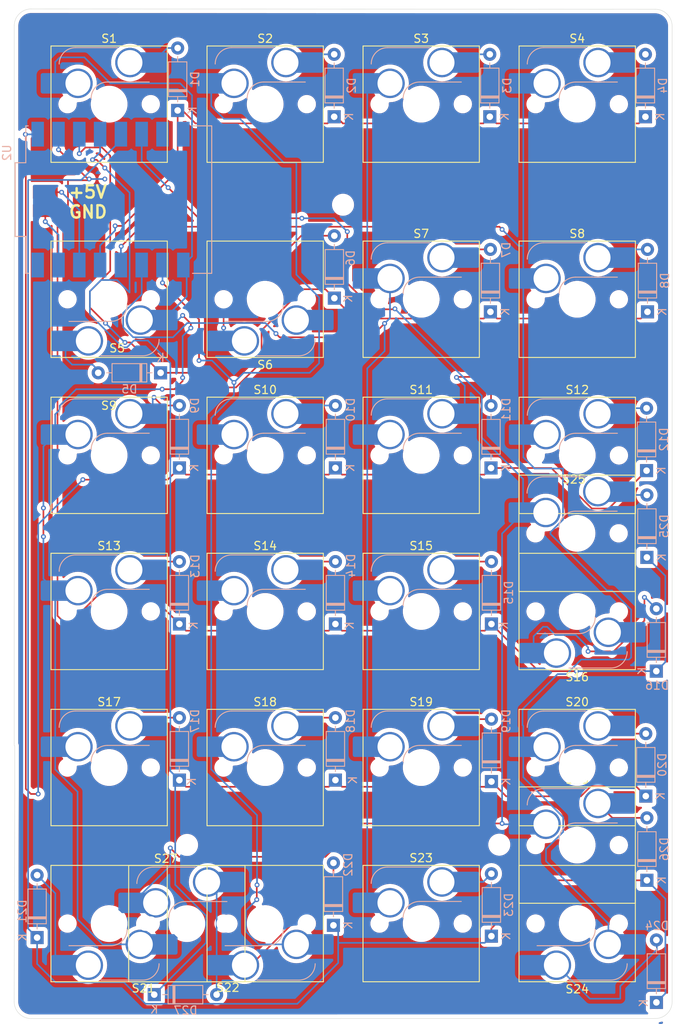
<source format=kicad_pcb>
(kicad_pcb (version 20240108) (generator "pcbnew") (generator_version "8.0")
  (layers (0 "F.Cu" signal) (31 "B.Cu" signal) (34 "B.Paste" user) (35 "F.Paste" user) (36 "B.SilkS" user "B.Silkscreen") (37 "F.SilkS" user "F.Silkscreen") (38 "B.Mask" user) (39 "F.Mask" user) (44 "Edge.Cuts" user))
  (net 0 "")
  (net 1 "Net-(D1-A)")
  (net 2 "Linha 0")
  (net 3 "Net-(D2-A)")
  (net 4 "Net-(D3-A)")
  (net 5 "Net-(D4-A)")
  (net 6 "Net-(D5-A)")
  (net 7 "Linha 1")
  (net 8 "Net-(D6-A)")
  (net 9 "Net-(D7-A)")
  (net 10 "Net-(D8-A)")
  (net 11 "Net-(D9-A)")
  (net 12 "Linha 2")
  (net 13 "Net-(D10-A)")
  (net 14 "Net-(D11-A)")
  (net 15 "Net-(D12-A)")
  (net 16 "Linha 3")
  (net 17 "Net-(D13-A)")
  (net 18 "Net-(D14-A)")
  (net 19 "Net-(D15-A)")
  (net 20 "Net-(D16-A)")
  (net 21 "Linha 4")
  (net 22 "Net-(D18-A)")
  (net 23 "Coluna 0")
  (net 24 "Coluna 1")
  (net 25 "Coluna 2")
  (net 26 "Coluna 3")
  (net 27 "Alimentação +")
  (net 28 "Linha 5")
  (net 29 "Alimentação -")
  (net 30 "Net-(D17-A)")
  (net 31 "Net-(D19-A)")
  (net 32 "Net-(D20-A)")
  (net 33 "Net-(D21-A)")
  (net 36 "Coluna 4")
  (net 38 "Net-(D22-A)")
  (net 39 "Net-(D23-A)")
  (net 40 "Net-(D24-A)")
  (net 41 "Net-(D25-A)")
  (net 42 "Net-(D26-A)")
  (net 43 "Net-(D27-A)")
  (footprint "ScottoKeebs_Hotswap:Hotswap_MX_Plated_1.00u" (layer "F.Cu") (at 93.485 38.6425)
    (property "Reference" "S4")
    (property "Value" "Keyswitch")
  )
  (footprint "ScottoKeebs_Hotswap:Hotswap_MX_Plated_1.00u" (layer "F.Cu") (at 74.435 100.555)
    (property "Reference" "S15")
    (property "Value" "Keyswitch")
  )
  (footprint "ScottoKeebs_Hotswap:Hotswap_MX_Plated_1.00u" (layer "F.Cu") (at 45.82 138.66)
    (property "Reference" "S27")
    (property "Value" "Keyswitch")
  )
  (footprint "ScottoKeebs_Hotswap:Hotswap_MX_Plated_1.00u" (layer "F.Cu") (at 93.48 100.56 180)
    (property "Reference" "S16")
    (property "Value" "Keyswitch")
  )
  (footprint "ScottoKeebs_Hotswap:Hotswap_MX_Plated_1.00u" (layer "F.Cu") (at 36.335 62.455 180)
    (property "Reference" "S5")
    (property "Value" "Keyswitch")
  )
  (footprint "ScottoKeebs_Hotswap:Hotswap_MX_Plated_1.00u" (layer "F.Cu") (at 36.335 38.6425)
    (property "Reference" "S1")
    (property "Value" "Keyswitch")
  )
  (footprint "ScottoKeebs_Hotswap:Hotswap_MX_Plated_1.00u" (layer "F.Cu") (at 55.385 38.6425)
    (property "Reference" "S2")
    (property "Value" "Keyswitch")
  )
  (footprint "ScottoKeebs_Hotswap:Hotswap_MX_Plated_1.00u" (layer "F.Cu") (at 36.335 119.605)
    (property "Reference" "S17")
    (property "Value" "Keyswitch")
  )
  (footprint "" (layer "F.Cu") (at 45.85 129.05)
    (property "Reference" "")
    (property "Value" "")
  )
  (footprint "ScottoKeebs_Hotswap:Hotswap_MX_Plated_1.00u" (layer "F.Cu") (at 93.48 138.65 180)
    (property "Reference" "S24")
    (property "Value" "Keyswitch")
  )
  (footprint "" (layer "F.Cu") (at 83.97 129.02)
    (property "Reference" "")
    (property "Value" "")
  )
  (footprint "ScottoKeebs_Hotswap:Hotswap_MX_Plated_1.00u" (layer "F.Cu") (at 93.46 91.02)
    (property "Reference" "S25")
    (property "Value" "Keyswitch")
  )
  (footprint "ScottoKeebs_Hotswap:Hotswap_MX_Plated_1.00u" (layer "F.Cu") (at 55.385 100.555)
    (property "Reference" "S14")
    (property "Value" "Keyswitch")
  )
  (footprint "ScottoKeebs_Hotswap:Hotswap_MX_Plated_1.00u" (layer "F.Cu") (at 74.43 138.65)
    (property "Reference" "S23")
    (property "Value" "Keyswitch")
  )
  (footprint "ScottoKeebs_Hotswap:Hotswap_MX_Plated_1.00u" (layer "F.Cu") (at 74.435 38.6425)
    (property "Reference" "S3")
    (property "Value" "Keyswitch")
  )
  (footprint "ScottoKeebs_Hotswap:Hotswap_MX_Plated_1.00u" (layer "F.Cu") (at 55.385 119.605)
    (property "Reference" "S18")
    (property "Value" "Keyswitch")
  )
  (footprint "ScottoKeebs_Hotswap:Hotswap_MX_Plated_1.00u" (layer "F.Cu") (at 93.48 129.07)
    (property "Reference" "S26")
    (property "Value" "Keyswitch")
  )
  (footprint "ScottoKeebs_Hotswap:Hotswap_MX_Plated_1.00u" (layer "F.Cu") (at 36.335 100.555)
    (property "Reference" "S13")
    (property "Value" "Keyswitch")
  )
  (footprint "ScottoKeebs_Hotswap:Hotswap_MX_Plated_1.00u" (layer "F.Cu") (at 36.33 138.65 180)
    (property "Reference" "S21")
    (property "Value" "Keyswitch")
  )
  (footprint "ScottoKeebs_Hotswap:Hotswap_MX_Plated_1.00u" (layer "F.Cu") (at 55.385 81.505)
    (property "Reference" "S10")
    (property "Value" "Keyswitch")
  )
  (footprint "ScottoKeebs_Hotswap:Hotswap_MX_Plated_1.00u" (layer "F.Cu") (at 93.48 119.61)
    (property "Reference" "S20")
    (property "Value" "Keyswitch")
  )
  (footprint "ScottoKeebs_Hotswap:Hotswap_MX_Plated_1.00u" (layer "F.Cu") (at 55.385 62.455 180)
    (property "Reference" "S6")
    (property "Value" "Keyswitch")
  )
  (footprint "" (layer "F.Cu") (at 64.89 50.92)
    (property "Reference" "")
    (property "Value" "")
  )
  (footprint "ScottoKeebs_Hotswap:Hotswap_MX_Plated_1.00u" (layer "F.Cu") (at 74.435 81.505)
    (property "Reference" "S11")
    (property "Value" "Keyswitch")
  )
  (footprint "ScottoKeebs_Hotswap:Hotswap_MX_Plated_1.00u" (layer "F.Cu") (at 55.39 138.65 180)
    (property "Reference" "S22")
    (property "Value" "Keyswitch")
  )
  (footprint "ScottoKeebs_Hotswap:Hotswap_MX_Plated_1.00u" (layer "F.Cu") (at 93.4925 81.51)
    (property "Reference" "S12")
    (property "Value" "Keyswitch")
  )
  (footprint "ScottoKeebs_Hotswap:Hotswap_MX_Plated_1.00u" (layer "F.Cu") (at 74.435 62.455)
    (property "Reference" "S7")
    (property "Value" "Keyswitch")
  )
  (footprint "ScottoKeebs_Hotswap:Hotswap_MX_Plated_1.00u" (layer "F.Cu") (at 93.485 62.455)
    (property "Reference" "S8")
    (property "Value" "Keyswitch")
  )
  (footprint "ScottoKeebs_Hotswap:Hotswap_MX_Plated_1.00u" (layer "F.Cu") (at 74.435 119.605)
    (property "Reference" "S19")
    (property "Value" "Keyswitch")
  )
  (footprint "ScottoKeebs_Hotswap:Hotswap_MX_Plated_1.00u" (layer "F.Cu") (at 36.335 81.505)
    (property "Reference" "S9")
    (property "Value" "Keyswitch")
  )
  (footprint "Diode_THT:D_DO-35_SOD27_P7.62mm_Horizontal" (layer "B.Cu") (at 44.91 121.14 90)
    (property "Reference" "D17")
    (property "Value" "Diode")
  )
  (footprint "Diode_THT:D_DO-35_SOD27_P7.62mm_Horizontal" (layer "B.Cu") (at 44.91 102.09 90)
    (property "Reference" "D13")
    (property "Value" "Diode")
  )
  (footprint "Diode_THT:D_DO-35_SOD27_P7.62mm_Horizontal" (layer "B.Cu") (at 82.96 83.05 90)
    (property "Reference" "D11")
    (property "Value" "Diode")
  )
  (footprint "Diode_THT:D_DO-35_SOD27_P7.62mm_Horizontal" (layer "B.Cu") (at 63.96 102.09 90)
    (property "Reference" "D14")
    (property "Value" "Diode")
  )
  (footprint "Diode_THT:D_DO-35_SOD27_P7.62mm_Horizontal" (layer "B.Cu") (at 83.01 121.32 90)
    (property "Reference" "D19")
    (property "Value" "Diode")
  )
  (footprint "Diode_THT:D_DO-35_SOD27_P7.62mm_Horizontal" (layer "B.Cu") (at 101.81 40.18 90)
    (property "Reference" "D4")
    (property "Value" "Diode")
  )
  (footprint "Diode_THT:D_DO-35_SOD27_P7.62mm_Horizontal" (layer "B.Cu") (at 44.7 39.41 90)
    (property "Reference" "D1")
    (property "Value" "Diode")
  )
  (footprint "Diode_THT:D_DO-35_SOD27_P7.62mm_Horizontal" (layer "B.Cu") (at 103.15 148.27 90)
    (property "Reference" "D24")
    (property "Value" "Diode")
  )
  (footprint "Diode_THT:D_DO-35_SOD27_P7.62mm_Horizontal" (layer "B.Cu") (at 83.01 102.09 90)
    (property "Reference" "D15")
    (property "Value" "Diode")
  )
  (footprint "Diode_THT:D_DO-35_SOD27_P7.62mm_Horizontal" (layer "B.Cu") (at 101.855 123.09 90)
    (property "Reference" "D20")
    (property "Value" "Diode")
  )
  (footprint "Diode_THT:D_DO-35_SOD27_P7.62mm_Horizontal" (layer "B.Cu") (at 41.84 147.32)
    (property "Reference" "D27")
    (property "Value" "Diode")
  )
  (footprint "" (layer "B.Cu") (at 28.54 49.4 180)
    (property "Reference" "")
    (property "Value" "")
  )
  (footprint "Diode_THT:D_DO-35_SOD27_P7.62mm_Horizontal" (layer "B.Cu") (at 63.81 40.18 90)
    (property "Reference" "D2")
    (property "Value" "Diode")
  )
  (footprint "Diode_THT:D_DO-35_SOD27_P7.62mm_Horizontal" (layer "B.Cu") (at 63.96 121.14 90)
    (property "Reference" "D18")
    (property "Value" "Diode")
  )
  (footprint "Diode_THT:D_DO-35_SOD27_P7.62mm_Horizontal" (layer "B.Cu") (at 63.72 138.86 90)
    (property "Reference" "D22")
    (property "Value" "Diode")
  )
  (footprint "Diode_THT:D_DO-35_SOD27_P7.62mm_Horizontal" (layer "B.Cu") (at 63.96 83.04 90)
    (property "Reference" "D10")
    (property "Value" "Diode")
  )
  (footprint "Diode_THT:D_DO-35_SOD27_P7.62mm_Horizontal" (layer "B.Cu") (at 101.99 93.96 90)
    (property "Reference" "D25")
    (property "Value" "Diode")
  )
  (footprint "Diode_THT:D_DO-35_SOD27_P7.62mm_Horizontal" (layer "B.Cu") (at 101.95 83.37 90)
    (property "Reference" "D12")
    (property "Value" "Diode")
  )
  (footprint "Diode_THT:D_DO-35_SOD27_P7.62mm_Horizontal" (layer "B.Cu") (at 101.99 133.37 90)
    (property "Reference" "D26")
    (property "Value" "Diode")
  )
  (footprint "Diode_THT:D_DO-35_SOD27_P7.62mm_Horizontal" (layer "B.Cu") (at 44.91 83.04 90)
    (property "Reference" "D9")
    (property "Value" "Diode")
  )
  (footprint "Diode_THT:D_DO-35_SOD27_P7.62mm_Horizontal" (layer "B.Cu") (at 27.54 140.36 90)
    (property "Reference" "D21")
    (property "Value" "Diode")
  )
  (footprint "Diode_THT:D_DO-35_SOD27_P7.62mm_Horizontal" (layer "B.Cu") (at 42.62 71.43 180)
    (property "Reference" "D5")
    (property "Value" "Diode" (hide yes))
  )
  (footprint "Diode_THT:D_DO-35_SOD27_P7.62mm_Horizontal" (layer "B.Cu") (at 82.885 63.99 90)
    (property "Reference" "D7")
    (property "Value" "Diode")
  )
  (footprint "Diode_THT:D_DO-35_SOD27_P7.62mm_Horizontal" (layer "B.Cu") (at 82.81 40.18 90)
    (property "Reference" "D3")
    (property "Value" "Diode")
  )
  (footprint "ESP32-C3-SuperMini:ESP32-C3_SUPERMINI" (layer "B.Cu") (at 37.51 50.29 -90)
    (property "Reference" "U2")
    (property "Value" "ESP32-C3_SUPERMINI_SMD" (hide yes))
  )
  (footprint "" (layer "B.Cu") (at 28.54 51.65 180)
    (property "Reference" "")
    (property "Value" "")
  )
  (footprint "Diode_THT:D_DO-35_SOD27_P7.62mm_Horizontal" (layer "B.Cu") (at 103.14 107.84 90)
    (property "Reference" "D16")
    (property "Value" "Diode")
  )
  (footprint "Diode_THT:D_DO-35_SOD27_P7.62mm_Horizontal" (layer "B.Cu") (at 63.83 62.32 90)
    (property "Reference" "D6")
    (property "Value" "Diode")
  )
  (footprint "Diode_THT:D_DO-35_SOD27_P7.62mm_Horizontal" (layer "B.Cu") (at 83.005 140.185 90)
    (property "Reference" "D23")
    (property "Value" "Diode")
  )
  (footprint "Diode_THT:D_DO-35_SOD27_P7.62mm_Horizontal" (layer "B.Cu") (at 102.06 63.99 90)
    (property "Reference" "D8")
    (property "Value" "Diode")
  )
  (gr_arc (start 24.747001 29.049) (mid 25.3617 27.618465) (end 26.798958 27.019652) (stroke (width 0.05)) (layer "Edge.Cuts"))
  (gr_line (start 24.81 122.18) (end 24.736 148.19) (stroke (width 0.05)) (layer "Edge.Cuts"))
  (gr_line (start 26.799 27.024) (end 103.005 27.058) (stroke (width 0.05)) (layer "Edge.Cuts"))
  (gr_arc (start 26.812982 150.243207) (mid 25.354448 149.641511) (end 24.736 148.19) (stroke (width 0.05)) (layer "Edge.Cuts"))
  (gr_arc (start 103.005 27.058) (mid 104.456621 27.653332) (end 105.070837 29.097065) (stroke (width 0.05)) (layer "Edge.Cuts"))
  (gr_line (start 26.813 150.237) (end 102.996 150.235) (stroke (width 0.05)) (layer "Edge.Cuts"))
  (gr_arc (start 105.075152 148.181) (mid 104.464639 149.642317) (end 102.996 150.235) (stroke (width 0.05)) (layer "Edge.Cuts"))
  (gr_line (start 24.742 116.94) (end 24.747 29.049) (stroke (width 0.05)) (layer "Edge.Cuts"))
  (gr_line (start 24.81 122.18) (end 24.81 116.93) (stroke (width 0.05)) (layer "Edge.Cuts"))
  (gr_line (start 105.074 148.181) (end 105.076 29.097) (stroke (width 0.05)) (layer "Edge.Cuts"))
  (gr_text "GND" (at 31.28 52.68 0) (layer "F.SilkS") (effects (font (size 1.5 1.5) (thickness 0.3) (bold yes)) (justify left bottom)))
  (gr_text "+5V\n" (at 31.24 50.24 0) (layer "F.SilkS") (effects (font (size 1.5 1.5) (thickness 0.3) (bold yes)) (justify left bottom)))
  (segment (start 44.7 31.79) (end 43.4275 31.79) (width 0.2) (layer "B.Cu") (net 1))
  (segment (start 43.4275 31.79) (end 41.655 33.5625) (width 0.2) (layer "B.Cu") (net 1))
  (segment (start 62.9975 40.9925) (end 63.81 40.18) (width 0.2) (layer "F.Cu") (net 2))
  (segment (start 82.81 40.18) (end 83.6225 40.9925) (width 0.2) (layer "F.Cu") (net 2))
  (segment (start 81.9975 40.9925) (end 82.81 40.18) (width 0.2) (layer "F.Cu") (net 2))
  (segment (start 37.067015 53.5) (end 37.957015 53.5) (width 0.2) (layer "F.Cu") (net 2))
  (segment (start 83.6225 40.9925) (end 100.9975 40.9925) (width 0.2) (layer "F.Cu") (net 2))
  (segment (start 45.29 39.41) (end 46.8725 40.9925) (width 0.2) (layer "F.Cu") (net 2))
  (segment (start 63.81 40.18) (end 64.06 40.18) (width 0.2) (layer "F.Cu") (net 2))
  (segment (start 44.7 46.757015) (end 44.7 39.41) (width 0.2) (layer "F.Cu") (net 2))
  (segment (start 44.7 39.41) (end 45.29 39.41) (width 0.2) (layer "F.Cu") (net 2))
  (segment (start 100.9975 40.9925) (end 101.81 40.18) (width 0.2) (layer "F.Cu") (net 2))
  (segment (start 46.8725 40.9925) (end 62.9975 40.9925) (width 0.2) (layer "F.Cu") (net 2))
  (segment (start 64.06 40.18) (end 64.8725 40.9925) (width 0.2) (layer "F.Cu") (net 2))
  (segment (start 64.8725 40.9925) (end 81.9975 40.9925) (width 0.2) (layer "F.Cu") (net 2))
  (segment (start 37.957015 53.5) (end 44.7 46.757015) (width 0.2) (layer "F.Cu") (net 2))
  (via (at 37.067015 53.5) (size 0.6) (drill 0.3) (layers "F.Cu" "B.Cu") (net 2))
  (segment (start 37.067015 54.062985) (end 35.23 55.9) (width 0.2) (layer "B.Cu") (net 2))
  (segment (start 37.067015 53.5) (end 37.067015 54.062985) (width 0.2) (layer "B.Cu") (net 2))
  (segment (start 35.23 55.9) (end 35.23 58.275) (width 0.2) (layer "B.Cu") (net 2))
  (segment (start 58.9275 32.56) (end 57.925 33.5625) (width 0.2) (layer "F.Cu") (net 3))
  (segment (start 61.7075 32.56) (end 60.705 33.5625) (width 0.2) (layer "B.Cu") (net 3))
  (segment (start 63.81 32.56) (end 61.7075 32.56) (width 0.2) (layer "B.Cu") (net 3))
  (segment (start 77.9775 32.56) (end 76.975 33.5625) (width 0.2) (layer "F.Cu") (net 4))
  (segment (start 82.81 32.56) (end 80.7575 32.56) (width 0.2) (layer "B.Cu") (net 4))
  (segment (start 80.7575 32.56) (end 79.755 33.5625) (width 0.2) (layer "B.Cu") (net 4))
  (segment (start 97.0275 32.56) (end 96.025 33.5625) (width 0.2) (layer "F.Cu") (net 5))
  (segment (start 34.578402 67.535) (end 33.795 67.535) (width 0.2) (layer "F.Cu") (net 6))
  (segment (start 31.015 69.635) (end 31.015 67.535) (width 0.2) (layer "B.Cu") (net 6))
  (segment (start 31.81 70.43) (end 31.015 69.635) (width 0.2) (layer "B.Cu") (net 6))
  (segment (start 34.31 70.43) (end 31.81 70.43) (width 0.2) (layer "B.Cu") (net 6))
  (segment (start 35 71.43) (end 35 71.12) (width 0.2) (layer "B.Cu") (net 6))
  (segment (start 35 71.12) (end 34.31 70.43) (width 0.2) (layer "B.Cu") (net 6))
  (segment (start 83.7 64.805) (end 101.245 64.805) (width 0.2) (layer "F.Cu") (net 7))
  (segment (start 38.264265 67.724265) (end 38.914265 67.724265) (width 0.2) (layer "F.Cu") (net 7))
  (segment (start 33.985 63.465) (end 35.892436 65.372436) (width 0.2) (layer "F.Cu") (net 7))
  (segment (start 51.823529 73.215) (end 48.985 73.215) (width 0.2) (layer "F.Cu") (net 7))
  (segment (start 36.467015 44.938486) (end 36.467015 58.999583) (width 0.2) (layer "F.Cu") (net 7))
  (segment (start 36.467015 58.999583) (end 33.985 61.481598) (width 0.2) (layer "F.Cu") (net 7))
  (segment (start 63.83 62.32) (end 62.74 61.23) (width 0.2) (layer "F.Cu") (net 7))
  (segment (start 82.07 64.805) (end 82.885 63.99) (width 0.2) (layer "F.Cu") (net 7))
  (segment (start 33.44 43.93) (end 35.458529 43.93) (width 0.2) (layer "F.Cu") (net 7))
  (segment (start 54.945 66.242588) (end 54.945 70.093529) (width 0.2) (layer "F.Cu") (net 7))
  (segment (start 48.985 73.215) (end 47.2 71.43) (width 0.2) (layer "F.Cu") (net 7))
  (segment (start 66.315 64.805) (end 82.07 64.805) (width 0.2) (layer "F.Cu") (net 7))
  (segment (start 32.69 44.68) (end 33.44 43.93) (width 0.2) (layer "F.Cu") (net 7))
  (segment (start 47.2 71.43) (end 42.62 71.43) (width 0.2) (layer "F.Cu") (net 7))
  (segment (start 33.985 61.481598) (end 33.985 63.465) (width 0.2) (layer "F.Cu") (net 7))
  (segment (start 101.245 64.805) (end 102.06 63.99) (width 0.2) (layer "F.Cu") (net 7))
  (segment (start 63.83 62.32) (end 66.315 64.805) (width 0.2) (layer "F.Cu") (net 7))
  (segment (start 62.74 61.23) (end 59.957588 61.23) (width 0.2) (layer "F.Cu") (net 7))
  (segment (start 59.957588 61.23) (end 54.945 66.242588) (width 0.2) (layer "F.Cu") (net 7))
  (segment (start 54.945 70.093529) (end 51.823529 73.215) (width 0.2) (layer "F.Cu") (net 7))
  (segment (start 82.885 63.99) (end 83.7 64.805) (width 0.2) (layer "F.Cu") (net 7))
  (segment (start 38.914265 67.724265) (end 42.62 71.43) (width 0.2) (layer "F.Cu") (net 7))
  (segment (start 35.458529 43.93) (end 36.467015 44.938486) (width 0.2) (layer "F.Cu") (net 7))
  (via (at 35.892436 65.372436) (size 0.6) (drill 0.3) (layers "F.Cu" "B.Cu") (net 7))
  (via (at 32.69 44.68) (size 0.6) (drill 0.3) (layers "F.Cu" "B.Cu") (net 7))
  (via (at 38.264265 67.724265) (size 0.6) (drill 0.3) (layers "F.Cu" "B.Cu") (net 7))
  (segment (start 38.264265 67.724265) (end 38.244265 67.724265) (width 0.2) (layer "B.Cu") (net 7))
  (segment (start 32.69 44.68) (end 32.69 42.305) (width 0.2) (layer "B.Cu") (net 7))
  (segment (start 38.244265 67.724265) (end 35.892436 65.372436) (width 0.2) (layer "B.Cu") (net 7))
  (segment (start 52.845 61.647412) (end 50.31 64.182412) (width 0.2) (layer "F.Cu") (net 8))
  (segment (start 50.31 64.182412) (end 50.31 65.955) (width 0.2) (layer "F.Cu") (net 8))
  (segment (start 63.83 54.7) (end 59.792412 54.7) (width 0.2) (layer "F.Cu") (net 8))
  (segment (start 59.792412 54.7) (end 52.845 61.647412) (width 0.2) (layer "F.Cu") (net 8))
  (via (at 50.31 65.955) (size 0.6) (drill 0.3) (layers "F.Cu" "B.Cu") (net 8))
  (segment (start 50.31 67.29) (end 50.065 67.535) (width 0.2) (layer "B.Cu") (net 8))
  (segment (start 50.31 65.955) (end 50.31 67.29) (width 0.2) (layer "B.Cu") (net 8))
  (segment (start 77.98 56.37) (end 76.975 57.375) (width 0.2) (layer "F.Cu") (net 9))
  (segment (start 82.885 56.37) (end 77.98 56.37) (width 0.2) (layer "F.Cu") (net 9))
  (segment (start 97.03 56.37) (end 96.025 57.375) (width 0.2) (layer "F.Cu") (net 10))
  (segment (start 102.06 56.37) (end 99.81 56.37) (width 0.2) (layer "B.Cu") (net 10))
  (segment (start 99.81 56.37) (end 98.805 57.375) (width 0.2) (layer "B.Cu") (net 10))
  (segment (start 42.8 75.42) (end 41.81 74.43) (width 0.2) (layer "F.Cu") (net 11))
  (segment (start 39.88 75.42) (end 38.875 76.425) (width 0.2) (layer "F.Cu") (net 11))
  (segment (start 44.91 75.42) (end 42.8 75.42) (width 0.2) (layer "F.Cu") (net 11))
  (via (at 41.81 74.43) (size 0.6) (drill 0.3) (layers "F.Cu" "B.Cu") (net 11))
  (segment (start 41.655 74.585) (end 41.655 76.425) (width 0.2) (layer "B.Cu") (net 11))
  (segment (start 41.81 74.43) (end 41.655 74.585) (width 0.2) (layer "B.Cu") (net 11))
  (segment (start 82.96 83.05) (end 90.320151 83.05) (width 0.2) (layer "F.Cu") (net 12))
  (segment (start 63.145 83.855) (end 63.96 83.04) (width 0.2) (layer "F.Cu") (net 12))
  (segment (start 44.91 83.04) (end 43.48 84.47) (width 0.2) (layer "F.Cu") (net 12))
  (segment (start 43.48 84.47) (end 33.125 84.47) (width 0.2) (layer "F.Cu") (net 12))
  (segment (start 82.155 83.855) (end 82.96 83.05) (width 0.2) (layer "F.Cu") (net 12))
  (segment (start 64.775 83.855) (end 82.155 83.855) (width 0.2) (layer "F.Cu") (net 12))
  (segment (start 44.91 83.04) (end 45.725 83.855) (width 0.2) (layer "F.Cu") (net 12))
  (segment (start 63.96 83.04) (end 64.775 83.855) (width 0.2) (layer "F.Cu") (net 12))
  (segment (start 90.320151 83.05) (end 95.260151 87.99) (width 0.2) (layer "F.Cu") (net 12))
  (segment (start 45.725 83.855) (end 63.145 83.855) (width 0.2) (layer "F.Cu") (net 12))
  (segment (start 26.784315 122.83) (end 26.16 122.205685) (width 0.2) (layer "F.Cu") (net 12))
  (segment (start 26.16 42.38) (end 26.11 42.33) (width 0.2) (layer "F.Cu") (net 12))
  (segment (start 95.260151 87.99) (end 97.33 87.99) (width 0.2) (layer "F.Cu") (net 12))
  (segment (start 27.67 122.83) (end 26.784315 122.83) (width 0.2) (layer "F.Cu") (net 12))
  (segment (start 26.16 122.205685) (end 26.16 42.38) (width 0.2) (layer "F.Cu") (net 12))
  (segment (start 97.33 87.99) (end 101.95 83.37) (width 0.2) (layer "F.Cu") (net 12))
  (via (at 26.11 42.33) (size 0.6) (drill 0.3) (layers "F.Cu" "B.Cu") (net 12))
  (via (at 33.125 84.47) (size 0.6) (drill 0.3) (layers "F.Cu" "B.Cu") (net 12))
  (via (at 27.67 122.83) (size 0.6) (drill 0.3) (layers "F.Cu" "B.Cu") (net 12))
  (segment (start 27.67 122.83) (end 27.67 89.925) (width 0.2) (layer "B.Cu") (net 12))
  (segment (start 27.67 89.925) (end 33.125 84.47) (width 0.2) (layer "B.Cu") (net 12))
  (segment (start 27.585 42.33) (end 27.61 42.305) (width 0.2) (layer "B.Cu") (net 12))
  (segment (start 26.11 42.33) (end 27.585 42.33) (width 0.2) (layer "B.Cu") (net 12))
  (segment (start 58.93 75.42) (end 57.925 76.425) (width 0.2) (layer "F.Cu") (net 13))
  (segment (start 61.71 75.42) (end 60.705 76.425) (width 0.2) (layer "B.Cu") (net 13))
  (segment (start 63.96 75.42) (end 61.71 75.42) (width 0.2) (layer "B.Cu") (net 13))
  (segment (start 78.81 71.93) (end 78.748235 71.991765) (width 0.2) (layer "F.Cu") (net 14))
  (segment (start 82.96 75.43) (end 82.96 73.58) (width 0.2) (layer "F.Cu") (net 14))
  (segment (start 82.96 73.58) (end 81.31 71.93) (width 0.2) (layer "F.Cu") (net 14))
  (segment (start 81.31 71.93) (end 78.81 71.93) (width 0.2) (layer "F.Cu") (net 14))
  (segment (start 77.97 75.43) (end 76.975 76.425) (width 0.2) (layer "F.Cu") (net 14))
  (via (at 78.748235 71.991765) (size 0.6) (drill 0.3) (layers "F.Cu" "B.Cu") (net 14))
  (segment (start 79.755 72.99853) (end 79.755 76.425) (width 0.2) (layer "B.Cu") (net 14))
  (segment (start 78.748235 71.991765) (end 79.755 72.99853) (width 0.2) (layer "B.Cu") (net 14))
  (segment (start 99.4925 75.75) (end 98.8125 76.43) (width 0.2) (layer "B.Cu") (net 15))
  (segment (start 101.95 75.75) (end 99.4925 75.75) (width 0.2) (layer "B.Cu") (net 15))
  (segment (start 63.145 102.905) (end 63.96 102.09) (width 0.2) (layer "F.Cu") (net 16))
  (segment (start 63.96 102.09) (end 64.775 102.905) (width 0.2) (layer "F.Cu") (net 16))
  (segment (start 31.31 47.93) (end 33.74403 47.93) (width 0.2) (layer "F.Cu") (net 16))
  (segment (start 88.769265 107.849265) (end 83.01 102.09) (width 0.2) (layer "F.Cu") (net 16))
  (segment (start 30.03 53.0345) (end 30.03 101.09) (width 0.2) (layer "F.Cu") (net 16))
  (segment (start 82.195 102.905) (end 83.01 102.09) (width 0.2) (layer "F.Cu") (net 16))
  (segment (start 33.74403 47.93) (end 33.897015 47.777015) (width 0.2) (layer "F.Cu") (net 16))
  (segment (start 44.91 102.09) (end 45.725 102.905) (width 0.2) (layer "F.Cu") (net 16))
  (segment (start 31.31 47.93) (end 31.31 51.7545) (width 0.2) (layer "F.Cu") (net 16))
  (segment (start 35.337412 98.205) (end 41.025 98.205) (width 0.2) (layer "F.Cu") (net 16))
  (segment (start 93.389265 107.849265) (end 88.769265 107.849265) (width 0.2) (layer "F.Cu") (net 16))
  (segment (start 64.775 102.905) (end 82.195 102.905) (width 0.2) (layer "F.Cu") (net 16))
  (segment (start 30.72 101.78) (end 31.762412 101.78) (width 0.2) (layer "F.Cu") (net 16))
  (segment (start 33.737015 47.777015) (end 30.16 44.2) (width 0.2) (layer "F.Cu") (net 16))
  (segment (start 33.897015 47.777015) (end 33.737015 47.777015) (width 0.2) (layer "F.Cu") (net 16))
  (segment (start 41.025 98.205) (end 44.91 102.09) (width 0.2) (layer "F.Cu") (net 16))
  (segment (start 31.31 51.7545) (end 30.03 53.0345) (width 0.2) (layer "F.Cu") (net 16))
  (segment (start 45.725 102.905) (end 63.145 102.905) (width 0.2) (layer "F.Cu") (net 16))
  (segment (start 31.762412 101.78) (end 35.337412 98.205) (width 0.2) (layer "F.Cu") (net 16))
  (segment (start 30.03 101.09) (end 30.72 101.78) (width 0.2) (layer "F.Cu") (net 16))
  (via (at 35.81 47.78) (size 0.6) (drill 0.3) (layers "F.Cu" "B.Cu") (net 16))
  (via (at 30.16 44.2) (size 0.6) (drill 0.3) (layers "F.Cu" "B.Cu") (net 16))
  (via (at 93.389265 107.849265) (size 0.6) (drill 0.3) (layers "F.Cu" "B.Cu") (net 16))
  (via (at 33.897015 47.777015) (size 0.6) (drill 0.3) (layers "F.Cu" "B.Cu") (net 16))
  (segment (start 98.650735 107.849265) (end 98.66 107.84) (width 0.2) (layer "B.Cu") (net 16))
  (segment (start 98.66 107.84) (end 103.14 107.84) (width 0.2) (layer "B.Cu") (net 16))
  (segment (start 104.24 96.21) (end 101.99 93.96) (width 0.2) (layer "B.Cu") (net 16))
  (segment (start 33.9 47.78) (end 33.897015 47.777015) (width 0.2) (layer "B.Cu") (net 16))
  (segment (start 35.81 47.78) (end 33.9 47.78) (width 0.2) (layer "B.Cu") (net 16))
  (segment (start 103.14 107.84) (end 104.24 106.74) (width 0.2) (layer "B.Cu") (net 16))
  (segment (start 30.16 44.2) (end 30.16 42.315) (width 0.2) (layer "B.Cu") (net 16))
  (segment (start 104.24 106.74) (end 104.24 96.21) (width 0.2) (layer "B.Cu") (net 16))
  (segment (start 98.650735 107.849265) (end 93.389265 107.849265) (width 0.2) (layer "B.Cu") (net 16))
  (segment (start 30.16 42.315) (end 30.15 42.305) (width 0.2) (layer "B.Cu") (net 16))
  (segment (start 39.88 94.47) (end 38.875 95.475) (width 0.2) (layer "F.Cu") (net 17))
  (segment (start 44.91 94.47) (end 39.88 94.47) (width 0.2) (layer "F.Cu") (net 17))
  (segment (start 63.96 94.47) (end 58.93 94.47) (width 0.2) (layer "F.Cu") (net 18))
  (segment (start 58.93 94.47) (end 57.925 95.475) (width 0.2) (layer "F.Cu") (net 18))
  (segment (start 83.01 94.47) (end 77.98 94.47) (width 0.2) (layer "F.Cu") (net 19))
  (segment (start 77.98 94.47) (end 76.975 95.475) (width 0.2) (layer "F.Cu") (net 19))
  (segment (start 101.69 101.669849) (end 97.719849 105.64) (width 0.2) (layer "F.Cu") (net 20))
  (segment (start 101.69 98.84) (end 101.69 101.669849) (width 0.2) (layer "F.Cu") (net 20))
  (segment (start 94.81 105.43) (end 97.509849 105.43) (width 0.2) (layer "F.Cu") (net 20))
  (segment (start 97.509849 105.43) (end 97.719849 105.64) (width 0.2) (layer "F.Cu") (net 20))
  (via (at 101.69 98.84) (size 0.6) (drill 0.3) (layers "F.Cu" "B.Cu") (net 20))
  (via (at 94.81 105.43) (size 0.6) (drill 0.3) (layers "F.Cu" "B.Cu") (net 20))
  (segment (start 89.81 102.43) (end 90.81 103.43) (width 0.2) (layer "B.Cu") (net 20))
  (segment (start 103.14 100.22) (end 101.76 98.84) (width 0.2) (layer "B.Cu") (net 20))
  (segment (start 88.16 103.58) (end 89.31 102.43) (width 0.2) (layer "B.Cu") (net 20))
  (segment (start 101.76 98.84) (end 101.69 98.84) (width 0.2) (layer "B.Cu") (net 20))
  (segment (start 88.16 105.64) (end 88.16 103.58) (width 0.2) (layer "B.Cu") (net 20))
  (segment (start 89.31 102.43) (end 89.81 102.43) (width 0.2) (layer "B.Cu") (net 20))
  (segment (start 90.81 103.43) (end 93.31 103.43) (width 0.2) (layer "B.Cu") (net 20))
  (segment (start 94.81 104.93) (end 94.81 105.43) (width 0.2) (layer "B.Cu") (net 20))
  (segment (start 93.31 103.43) (end 94.81 104.93) (width 0.2) (layer "B.Cu") (net 20))
  (segment (start 101.68 98.83) (end 101.69 98.84) (width 0.2) (layer "B.Cu") (net 20))
  (segment (start 93.92 123.120151) (end 95.150151 121.89) (width 0.2) (layer "F.Cu") (net 21))
  (segment (start 95.150151 121.89) (end 100.655 121.89) (width 0.2) (layer "F.Cu") (net 21))
  (segment (start 44.91 121.14) (end 45.725 121.955) (width 0.2) (layer "F.Cu") (net 21))
  (segment (start 83.01 121.32) (end 84.810151 123.120151) (width 0.2) (layer "F.Cu") (net 21))
  (segment (start 82.375 121.955) (end 83.01 121.32) (width 0.2) (layer "F.Cu") (net 21))
  (segment (start 34.81 45.43) (end 35.81 46.43) (width 0.2) (layer "F.Cu") (net 21))
  (segment (start 84.810151 123.120151) (end 93.92 123.120151) (width 0.2) (layer "F.Cu") (net 21))
  (segment (start 100.655 121.89) (end 101.855 123.09) (width 0.2) (layer "F.Cu") (net 21))
  (segment (start 63.96 121.14) (end 64.775 121.955) (width 0.2) (layer "F.Cu") (net 21))
  (segment (start 34.31 45.43) (end 34.81 45.43) (width 0.2) (layer "F.Cu") (net 21))
  (segment (start 64.775 121.955) (end 82.375 121.955) (width 0.2) (layer "F.Cu") (net 21))
  (segment (start 45.725 121.955) (end 63.145 121.955) (width 0.2) (layer "F.Cu") (net 21))
  (segment (start 63.145 121.955) (end 63.96 121.14) (width 0.2) (layer "F.Cu") (net 21))
  (via (at 34.31 45.43) (size 0.6) (drill 0.3) (layers "F.Cu" "B.Cu") (net 21))
  (via (at 35.81 46.43) (size 0.6) (drill 0.3) (layers "F.Cu" "B.Cu") (net 21))
  (segment (start 37.995736 68.324265) (end 38.512794 68.324265) (width 0.2) (layer "B.Cu") (net 21))
  (segment (start 41.065 67.495) (end 43.81 70.24) (width 0.2) (layer "B.Cu") (net 21))
  (segment (start 43.81 120.04) (end 44.91 121.14) (width 0.2) (layer "B.Cu") (net 21))
  (segment (start 39.342059 67.495) (end 41.065 67.495) (width 0.2) (layer "B.Cu") (net 21))
  (segment (start 44.91 121.14) (end 44.4 121.65) (width 0.2) (layer "B.Cu") (net 21))
  (segment (start 35.81 46.43) (end 38.832 49.452) (width 0.2) (layer "B.Cu") (net 21))
  (segment (start 48.17 137.686598) (end 48.17 140.99) (width 0.2) (layer "B.Cu") (net 21))
  (segment (start 35.23 44.51) (end 34.31 45.43) (width 0.2) (layer "B.Cu") (net 21))
  (segment (start 35.361598 60.105) (end 33.985 61.481598) (width 0.2) (layer "B.Cu") (net 21))
  (segment (start 38.832 49.452) (end 38.832 61.628598) (width 0.2) (layer "B.Cu") (net 21))
  (segment (start 37.308402 60.105) (end 35.361598 60.105) (width 0.2) (layer "B.Cu") (net 21))
  (segment (start 33.985 64.313529) (end 37.995736 68.324265) (width 0.2) (layer "B.Cu") (net 21))
  (segment (start 44.4 133.916598) (end 48.17 137.686598) (width 0.2) (layer "B.Cu") (net 21))
  (segment (start 33.985 61.481598) (end 33.985 64.313529) (width 0.2) (layer "B.Cu") (net 21))
  (segment (start 38.512794 68.324265) (end 39.342059 67.495) (width 0.2) (layer "B.Cu") (net 21))
  (segment (start 48.17 140.99) (end 41.84 147.32) (width 0.2) (layer "B.Cu") (net 21))
  (segment (start 44.4 121.65) (end 44.4 133.916598) (width 0.2) (layer "B.Cu") (net 21))
  (segment (start 35.23 42.305) (end 35.23 44.51) (width 0.2) (layer "B.Cu") (net 21))
  (segment (start 43.81 70.24) (end 43.81 120.04) (width 0.2) (layer "B.Cu") (net 21))
  (segment (start 38.832 61.628598) (end 37.308402 60.105) (width 0.2) (layer "B.Cu") (net 21))
  (segment (start 63.96 113.52) (end 58.93 113.52) (width 0.2) (layer "F.Cu") (net 22))
  (segment (start 58.93 113.52) (end 57.925 114.525) (width 0.2) (layer "F.Cu") (net 22))
  (segment (start 45.31 72.43) (end 45.31 71.93) (width 0.2) (layer "F.Cu") (net 23))
  (segment (start 45.31 71.93) (end 45.31 72.03) (width 0.2) (layer "F.Cu") (net 23))
  (segment (start 46.31 65.955) (end 46.31 65.43) (width 0.2) (layer "F.Cu") (net 23))
  (segment (start 46.31 65.43) (end 45.31 64.43) (width 0.2) (layer "F.Cu") (net 23))
  (segment (start 42.81 73.43) (end 44.31 73.43) (width 0.2) (layer "F.Cu") (net 23))
  (segment (start 44.31 73.43) (end 45.31 72.43) (width 0.2) (layer "F.Cu") (net 23))
  (segment (start 28.31 87.93) (end 28.31 91.43) (width 0.2) (layer "F.Cu") (net 23))
  (via (at 46.31 65.955) (size 0.6) (drill 0.3) (layers "F.Cu" "B.Cu") (net 23))
  (via (at 28.31 87.93) (size 0.6) (drill 0.3) (layers "F.Cu" "B.Cu") (net 23))
  (via (at 45.31 64.43) (size 0.6) (drill 0.3) (layers "F.Cu" "B.Cu") (net 23))
  (via (at 45.31 72.03) (size 0.6) (drill 0.3) (layers "F.Cu" "B.Cu") (net 23))
  (via (at 42.81 73.43) (size 0.6) (drill 0.3) (layers "F.Cu" "B.Cu") (net 23))
  (via (at 28.31 91.43) (size 0.6) (drill 0.3) (layers "F.Cu" "B.Cu") (net 23))
  (segment (start 29.75 78.965) (end 28.31 80.405) (width 0.2) (layer "B.Cu") (net 23))
  (segment (start 32.48 122.562412) (end 29.75 119.832412) (width 0.2) (layer "B.Cu") (net 23))
  (segment (start 32.48 138.123402) (end 32.48 122.562412) (width 0.2) (layer "B.Cu") (net 23))
  (segment (start 35.546598 141.19) (end 32.48 138.123402) (width 0.2) (layer "B.Cu") (net 23))
  (segment (start 45.31 72.03) (end 45.31 66.955) (width 0.2) (layer "B.Cu") (net 23))
  (segment (start 30.31 75.93) (end 29.75 76.49) (width 0.2) (layer "B.Cu") (net 23))
  (segment (start 45.39 58.275) (end 46.452 57.213) (width 0.2) (layer "B.Cu") (net 23))
  (segment (start 29.75 33.49) (end 29.75 36.1025) (width 0.2) (layer "B.Cu") (net 23))
  (segment (start 45.8 62.115) (end 42.92 64.995) (width 0.2) (layer "B.Cu") (net 23))
  (segment (start 28.31 80.405) (end 28.31 87.93) (width 0.2) (layer "B.Cu") (net 23))
  (segment (start 42.81 73.43) (end 32.31 73.43) (width 0.2) (layer "B.Cu") (net 23))
  (segment (start 45.8 59.76) (end 45.8 62.115) (width 0.2) (layer "B.Cu") (net 23))
  (segment (start 44.745 64.995) (end 42.92 64.995) (width 0.2) (layer "B.Cu") (net 23))
  (segment (start 33.31 32.93) (end 30.31 32.93) (width 0.2) (layer "B.Cu") (net 23))
  (segment (start 45.39 58.275) (end 45.39 59.35) (width 0.2) (layer "B.Cu") (net 23))
  (segment (start 46.452 37.552) (end 45.0025 36.1025) (width 0.2) (layer "B.Cu") (net 23))
  (segment (start 29.75 117.065) (end 29.75 98.015) (width 0.2) (layer "B.Cu") (net 23))
  (segment (start 29.75 76.49) (end 29.75 78.965) (width 0.2) (layer "B.Cu") (net 23))
  (segment (start 42.915 141.19) (end 35.546598 141.19) (width 0.2) (layer "B.Cu") (net 23))
  (segment (start 45.39 59.35) (end 45.8 59.76) (width 0.2) (layer "B.Cu") (net 23))
  (segment (start 45.0025 36.1025) (end 36.4825 36.1025) (width 0.2) (layer "B.Cu") (net 23))
  (segment (start 30.31 32.93) (end 29.75 33.49) (width 0.2) (layer "B.Cu") (net 23))
  (segment (start 30.31 75.43) (end 30.31 75.93) (width 0.2) (layer "B.Cu") (net 23))
  (segment (start 45.31 66.955) (end 46.31 65.955) (width 0.2) (layer "B.Cu") (net 23))
  (segment (start 32.31 73.43) (end 30.31 75.43) (width 0.2) (layer "B.Cu") (net 23))
  (segment (start 29.75 119.832412) (end 29.75 117.065) (width 0.2) (layer "B.Cu") (net 23))
  (segment (start 46.452 57.213) (end 46.452 37.552) (width 0.2) (layer "B.Cu") (net 23))
  (segment (start 28.31 91.43) (end 28.31 96.575) (width 0.2) (layer "B.Cu") (net 23))
  (segment (start 36.4825 36.1025) (end 33.31 32.93) (width 0.2) (layer "B.Cu") (net 23))
  (segment (start 28.31 96.575) (end 29.75 98.015) (width 0.2) (layer "B.Cu") (net 23))
  (segment (start 45.31 64.43) (end 44.745 64.995) (width 0.2) (layer "B.Cu") (net 23))
  (segment (start 42.85 60.45) (end 47.31 64.91) (width 0.2) (layer "F.Cu") (net 24))
  (segment (start 54.36 135.73) (end 54.36 133.96) (width 0.2) (layer "F.Cu") (net 24))
  (segment (start 47.31 64.91) (end 47.31 69.93) (width 0.2) (layer "F.Cu") (net 24))
  (segment (start 54.36 133.96) (end 54.39 133.93) (width 0.2) (layer "F.Cu") (net 24))
  (via (at 54.39 133.93) (size 0.6) (drill 0.3) (layers "F.Cu" "B.Cu") (net 24))
  (via (at 47.31 69.93) (size 0.6) (drill 0.3) (layers "F.Cu" "B.Cu") (net 24))
  (via (at 51.575 72.615) (size 0.6) (drill 0.3) (layers "F.Cu" "B.Cu") (net 24))
  (via (at 42.85 60.45) (size 0.6) (drill 0.3) (layers "F.Cu" "B.Cu") (net 24))
  (via (at 54.36 135.73) (size 0.6) (drill 0.3) (layers "F.Cu" "B.Cu") (net 24))
  (segment (start 48.8 38.869912) (end 50.360088 40.43) (width 0.2) (layer "B.Cu") (net 24))
  (segment (start 59.2 141.19) (end 54.606598 141.19) (width 0.2) (layer "B.Cu") (net 24))
  (segment (start 61.97 62.227588) (end 61.97 64.995) (width 0.2) (layer "B.Cu") (net 24))
  (segment (start 60.81 71.43) (end 52.76 71.43) (width 0.2) (layer "B.Cu") (net 24))
  (segment (start 54.39 133.93) (end 54.39 125.422412) (width 0.2) (layer "B.Cu") (net 24))
  (segment (start 48.8 36.1025) (end 48.8 38.869912) (width 0.2) (layer "B.Cu") (net 24))
  (segment (start 51.575 72.615) (end 51.575 74.165) (width 0.2) (layer "B.Cu") (net 24))
  (segment (start 52.31 40.43) (end 57.655902 45.775902) (width 0.2) (layer "B.Cu") (net 24))
  (segment (start 57.655902 45.775902) (end 59.195 45.775902) (width 0.2) (layer "B.Cu") (net 24))
  (segment (start 54.39 125.422412) (end 48.8 119.832412) (width 0.2) (layer "B.Cu") (net 24))
  (segment (start 53.04 137.05) (end 54.36 135.73) (width 0.2) (layer "B.Cu") (net 24))
  (segment (start 48.8 119.832412) (end 48.8 117.065) (width 0.2) (layer "B.Cu") (net 24))
  (segment (start 47.31 69.93) (end 48.89 69.93) (width 0.2) (layer "B.Cu") (net 24))
  (segment (start 61.97 70.27) (end 60.81 71.43) (width 0.2) (layer "B.Cu") (net 24))
  (segment (start 54.606598 141.19) (end 53.04 139.623402) (width 0.2) (layer "B.Cu") (net 24))
  (segment (start 48.8 78.965) (end 48.8 98.015) (width 0.2) (layer "B.Cu") (net 24))
  (segment (start 48.89 69.93) (end 51.575 72.615) (width 0.2) (layer "B.Cu") (net 24))
  (segment (start 61.97 64.995) (end 61.97 70.27) (width 0.2) (layer "B.Cu") (net 24))
  (segment (start 59.195 59.452588) (end 61.97 62.227588) (width 0.2) (layer "B.Cu") (net 24))
  (segment (start 53.04 139.623402) (end 53.04 137.05) (width 0.2) (layer "B.Cu") (net 24))
  (segment (start 59.195 45.775902) (end 59.195 59.452588) (width 0.2) (layer "B.Cu") (net 24))
  (segment (start 50.360088 40.43) (end 52.31 40.43) (width 0.2) (layer "B.Cu") (net 24))
  (segment (start 48.8 98.015) (end 48.8 117.065) (width 0.2) (layer "B.Cu") (net 24))
  (segment (start 42.85 60.45) (end 42.85 58.275) (width 0.2) (layer "B.Cu") (net 24))
  (segment (start 52.76 71.43) (end 51.575 72.615) (width 0.2) (layer "B.Cu") (net 24))
  (segment (start 48.8 76.94) (end 48.8 78.965) (width 0.2) (layer "B.Cu") (net 24))
  (segment (start 51.575 74.165) (end 48.8 76.94) (width 0.2) (layer "B.Cu") (net 24))
  (segment (start 68.28 67.095) (end 69.97 65.405) (width 0.2) (layer "F.Cu") (net 25))
  (segment (start 56.700735 66.640735) (end 57.155 67.095) (width 0.2) (layer "F.Cu") (net 25))
  (segment (start 57.155 67.095) (end 68.28 67.095) (width 0.2) (layer "F.Cu") (net 25))
  (via (at 69.97 65.405) (size 0.6) (drill 0.3) (layers "F.Cu" "B.Cu") (net 25))
  (via (at 56.700735 66.640735) (size 0.6) (drill 0.3) (layers "F.Cu" "B.Cu") (net 25))
  (segment (start 67.85 70.89) (end 69.97 68.77) (width 0.2) (layer "B.Cu") (net 25))
  (segment (start 40.31 58.275) (end 40.31 61.860151) (width 0.2) (layer "B.Cu") (net 25))
  (segment (start 67.85 78.965) (end 67.85 70.89) (width 0.2) (layer "B.Cu") (net 25))
  (segment (start 67.845 136.11) (end 67.845 117.07) (width 0.2) (layer "B.Cu") (net 25))
  (segment (start 67.85 59.915) (end 67.85 36.1025) (width 0.2) (layer "B.Cu") (net 25))
  (segment (start 67.85 98.015) (end 67.85 117.065) (width 0.2) (layer "B.Cu") (net 25))
  (segment (start 70.625 64.75) (end 70.625 59.915) (width 0.2) (layer "B.Cu") (net 25))
  (segment (start 38.045 64.125151) (end 38.045 65.864849) (width 0.2) (layer "B.Cu") (net 25))
  (segment (start 67.845 117.07) (end 67.85 117.065) (width 0.2) (layer "B.Cu") (net 25))
  (segment (start 69.97 65.405) (end 70.625 64.75) (width 0.2) (layer "B.Cu") (net 25))
  (segment (start 55.415 65.355) (end 56.700735 66.640735) (width 0.2) (layer "B.Cu") (net 25))
  (segment (start 40.31 61.860151) (end 38.045 64.125151) (width 0.2) (layer "B.Cu") (net 25))
  (segment (start 44.129744 67.095) (end 45.869744 65.355) (width 0.2) (layer "B.Cu") (net 25))
  (segment (start 69.97 68.77) (end 69.97 65.405) (width 0.2) (layer "B.Cu") (net 25))
  (segment (start 39.275151 67.095) (end 44.129744 67.095) (width 0.2) (layer "B.Cu") (net 25))
  (segment (start 67.85 78.965) (end 67.85 98.015) (width 0.2) (layer "B.Cu") (net 25))
  (segment (start 38.045 65.864849) (end 39.275151 67.095) (width 0.2) (layer "B.Cu") (net 25))
  (segment (start 45.869744 65.355) (end 55.415 65.355) (width 0.2) (layer "B.Cu") (net 25))
  (segment (start 83.36 53.6) (end 83.98 53.6) (width 0.2) (layer "F.Cu") (net 26))
  (segment (start 83.98 53.6) (end 84.31 53.93) (width 0.2) (layer "F.Cu") (net 26))
  (segment (start 37.805 55.995) (end 40.2 53.6) (width 0.2) (layer "F.Cu") (net 26))
  (segment (start 40.2 53.6) (end 83.36 53.6) (width 0.2) (layer "F.Cu") (net 26))
  (via (at 84.31 53.93) (size 0.6) (drill 0.3) (layers "F.Cu" "B.Cu") (net 26))
  (via (at 37.805 55.995) (size 0.6) (drill 0.3) (layers "F.Cu" "B.Cu") (net 26))
  (segment (start 97.725814 97.993402) (end 100.065 100.332588) (width 0.2) (layer "B.Cu") (net 26))
  (segment (start 91.773299 127.453299) (end 91.773299 125.66345) (width 0.2) (layer "B.Cu") (net 26))
  (segment (start 86.9 59.915) (end 86.9 78.9625) (width 0.2) (layer "B.Cu") (net 26))
  (segment (start 89.78 79.0675) (end 89.6825 78.97) (width 0.2) (layer "B.Cu") (net 26))
  (segment (start 86.9 36.1025) (end 86.9 55.93) (width 0.2) (layer "B.Cu") (net 26))
  (segment (start 86.81 112.48) (end 86.81 114.43) (width 0.2) (layer "B.Cu") (net 26))
  (segment (start 93.96 106.43) (end 92.19 108.2) (width 0.2) (layer "B.Cu") (net 26))
  (segment (start 86.9 55.93) (end 86.9 59.915) (width 0.2) (layer "B.Cu") (net 26))
  (segment (start 91.75 83.115088) (end 88.285176 83.115088) (width 0.2) (layer "B.Cu") (net 26))
  (segment (start 37.77 56.03) (end 37.77 58.275) (width 0.2) (layer "B.Cu") (net 26))
  (segment (start 91.09 108.2) (end 86.81 112.48) (width 0.2) (layer "B.Cu") (net 26))
  (segment (start 89.67 131.024416) (end 89.67 129.556598) (width 0.2) (layer "B.Cu") (net 26))
  (segment (start 97.11 97.993402) (end 90.22 91.103402) (width 0.2) (layer "B.Cu") (net 26))
  (segment (start 86.81 114.43) (end 86.895 114.515) (width 0.2) (layer "B.Cu") (net 26))
  (segment (start 86.9075 81.737412) (end 86.9075 78.97) (width 0.2) (layer "B.Cu") (net 26))
  (segment (start 97.11 97.993402) (end 97.725814 97.993402) (width 0.2) (layer "B.Cu") (net 26))
  (segment (start 99.81 106.43) (end 93.96 106.43) (width 0.2) (layer "B.Cu") (net 26))
  (segment (start 90.22 91.103402) (end 90.22 90.879849) (width 0.2) (layer "B.Cu") (net 26))
  (segment (start 100.065 106.175) (end 99.81 106.43) (width 0.2) (layer "B.Cu") (net 26))
  (segment (start 100.065 100.332588) (end 100.065 103.1) (width 0.2) (layer "B.Cu") (net 26))
  (segment (start 92.19 108.2) (end 91.09 108.2) (width 0.2) (layer "B.Cu") (net 26))
  (segment (start 97.29 138.644416) (end 89.67 131.024416) (width 0.2) (layer "B.Cu") (net 26))
  (segment (start 88.285176 83.115088) (end 86.9075 81.737412) (width 0.2) (layer "B.Cu") (net 26))
  (segment (start 86.31 55.93) (end 86.9 55.93) (width 0.2) (layer "B.Cu") (net 26))
  (segment (start 100.065 103.1) (end 100.065 106.175) (width 0.2) (layer "B.Cu") (net 26))
  (segment (start 84.31 53.93) (end 86.31 55.93) (width 0.2) (layer "B.Cu") (net 26))
  (segment (start 89.6825 59.9225) (end 89.675 59.915) (width 0.2) (layer "B.Cu") (net 26))
  (segment (start 89.67 129.556598) (end 91.773299 127.453299) (width 0.2) (layer "B.Cu") (net 26))
  (segment (start 86.895 120.785151) (end 86.895 117.07) (width 0.2) (layer "B.Cu") (net 26))
  (segment (start 37.805 55.995) (end 37.77 56.03) (width 0.2) (layer "B.Cu") (net 26))
  (segment (start 86.9 78.9625) (end 86.9075 78.97) (width 0.2) (layer "B.Cu") (net 26))
  (segment (start 91.75 89.349849) (end 91.75 83.115088) (width 0.2) (layer "B.Cu") (net 26))
  (segment (start 91.773299 125.66345) (end 86.895 120.785151) (width 0.2) (layer "B.Cu") (net 26))
  (segment (start 86.895 114.515) (end 86.895 117.07) (width 0.2) (layer "B.Cu") (net 26))
  (segment (start 90.22 90.879849) (end 91.75 89.349849) (width 0.2) (layer "B.Cu") (net 26))
  (segment (start 97.29 141.19) (end 97.29 138.644416) (width 0.2) (layer "B.Cu") (net 26))
  (segment (start 30.53 49.39) (end 28.55 49.39) (width 0.2) (layer "F.Cu") (net 27))
  (segment (start 28.55 49.39) (end 28.54 49.4) (width 0.2) (layer "F.Cu") (net 27))
  (via (at 30.53 49.39) (size 0.6) (drill 0.3) (layers "F.Cu" "B.Cu") (net 27))
  (segment (start 30.53 49.39) (end 32.69 51.55) (width 0.2) (layer "B.Cu") (net 27))
  (segment (start 32.69 51.55) (end 32.69 58.275) (width 0.2) (layer "B.Cu") (net 27))
  (segment (start 88.87 133.37) (end 83.005 139.235) (width 0.2) (layer "F.Cu") (net 28))
  (segment (start 101.99 133.37) (end 88.87 133.37) (width 0.2) (layer "F.Cu") (net 28))
  (segment (start 83.005 139.235) (end 83.005 140.185) (width 0.2) (layer "F.Cu") (net 28))
  (segment (start 38.15 145.83) (end 29.800256 145.83) (width 0.2) (layer "B.Cu") (net 28))
  (segment (start 29.800256 145.83) (end 27.54 143.569744) (width 0.2) (layer "B.Cu") (net 28))
  (segment (start 103.15 148.27) (end 104.25 147.17) (width 0.2) (layer "B.Cu") (net 28))
  (segment (start 32.9355 47.89) (end 37.77 43.0555) (width 0.2) (layer "B.Cu") (net 28))
  (segment (start 104.25 147.17) (end 104.25 135.63) (width 0.2) (layer "B.Cu") (net 28))
  (segment (start 64.3 141) (end 64.3 143.449744) (width 0.2) (layer "B.Cu") (net 28))
  (segment (start 26.52 47.89) (end 32.9355 47.89) (width 0.2) (layer "B.Cu") (net 28))
  (segment (start 104.25 135.63) (end 101.99 133.37) (width 0.2) (layer "B.Cu") (net 28))
  (segment (start 64.3 143.449744) (end 59.309744 148.44) (width 0.2) (layer "B.Cu") (net 28))
  (segment (start 83.005 140.185) (end 82.19 141) (width 0.2) (layer "B.Cu") (net 28))
  (segment (start 40.76 148.44) (end 38.15 145.83) (width 0.2) (layer "B.Cu") (net 28))
  (segment (start 26.44 47.97) (end 26.52 47.89) (width 0.2) (layer "B.Cu") (net 28))
  (segment (start 27.54 143.569744) (end 27.54 140.36) (width 0.2) (layer "B.Cu") (net 28))
  (segment (start 64.3 141) (end 64.3 139.44) (width 0.2) (layer "B.Cu") (net 28))
  (segment (start 82.19 141) (end 64.3 141) (width 0.2) (layer "B.Cu") (net 28))
  (segment (start 26.44 139.26) (end 26.44 47.97) (width 0.2) (layer "B.Cu") (net 28))
  (segment (start 64.3 139.44) (end 63.72 138.86) (width 0.2) (layer "B.Cu") (net 28))
  (segment (start 37.77 43.0555) (end 37.77 42.305) (width 0.2) (layer "B.Cu") (net 28))
  (segment (start 27.54 140.36) (end 26.44 139.26) (width 0.2) (layer "B.Cu") (net 28))
  (segment (start 59.309744 148.44) (end 40.76 148.44) (width 0.2) (layer "B.Cu") (net 28))
  (segment (start 28.54 52.98) (end 28.54 51.65) (width 0.2) (layer "F.Cu") (net 29))
  (via (at 28.54 52.98) (size 0.6) (drill 0.3) (layers "F.Cu" "B.Cu") (net 29))
  (segment (start 28.54 52.98) (end 30.15 54.59) (width 0.2) (layer "B.Cu") (net 29))
  (segment (start 30.15 54.59) (end 30.15 58.275) (width 0.2) (layer "B.Cu") (net 29))
  (segment (start 39.88 113.52) (end 38.875 114.525) (width 0.2) (layer "F.Cu") (net 30))
  (segment (start 44.91 113.52) (end 39.88 113.52) (width 0.2) (layer "F.Cu") (net 30))
  (segment (start 83.01 113.7) (end 77.8 113.7) (width 0.2) (layer "F.Cu") (net 31))
  (segment (start 77.8 113.7) (end 76.975 114.525) (width 0.2) (layer "F.Cu") (net 31))
  (segment (start 101.855 115.47) (end 96.96 115.47) (width 0.2) (layer "F.Cu") (net 32))
  (segment (start 96.96 115.47) (end 96.02 114.53) (width 0.2) (layer "F.Cu") (net 32))
  (segment (start 29.76 134.96) (end 27.54 132.74) (width 0.2) (layer "B.Cu") (net 33))
  (segment (start 31.01 143.73) (end 29.76 142.48) (width 0.2) (layer "B.Cu") (net 33))
  (segment (start 29.76 142.48) (end 29.76 134.96) (width 0.2) (layer "B.Cu") (net 33))
  (segment (start 66.81 126.43) (end 84.31 126.43) (width 0.2) (layer "F.Cu") (net 36))
  (segment (start 47.28 52.57) (end 43.54 48.83) (width 0.2) (layer "F.Cu") (net 36))
  (segment (start 71.165 63.68) (end 68.6 63.68) (width 0.2) (layer "F.Cu") (net 36))
  (segment (start 44.87 130.5) (end 62.74 130.5) (width 0.2) (layer "F.Cu") (net 36))
  (segment (start 62.74 130.5) (end 66.81 126.43) (width 0.2) (layer "F.Cu") (net 36))
  (segment (start 59.86 52.57) (end 47.28 52.57) (width 0.2) (layer "F.Cu") (net 36))
  (segment (start 43.8 129.43) (end 44.87 130.5) (width 0.2) (layer "F.Cu") (net 36))
  (segment (start 68.6 63.68) (end 65.41 60.49) (width 0.2) (layer "F.Cu") (net 36))
  (segment (start 71.225 63.62) (end 71.165 63.68) (width 0.2) (layer "F.Cu") (net 36))
  (segment (start 65.41 60.49) (end 65.41 54.2) (width 0.2) (layer "F.Cu") (net 36))
  (via (at 65.41 54.2) (size 0.6) (drill 0.3) (layers "F.Cu" "B.Cu") (net 36))
  (via (at 43.8 129.43) (size 0.6) (drill 0.3) (layers "F.Cu" "B.Cu") (net 36))
  (via (at 43.54 48.83) (size 0.6) (drill 0.3) (layers "F.Cu" "B.Cu") (net 36))
  (via (at 84.31 126.43) (size 0.6) (drill 0.3) (layers "F.Cu" "B.Cu") (net 36))
  (via (at 59.86 52.57) (size 0.6) (drill 0.3) (layers "F.Cu" "B.Cu") (net 36))
  (via (at 71.225 63.62) (size 0.6) (drill 0.3) (layers "F.Cu" "B.Cu") (net 36))
  (segment (start 84.31 126.43) (end 84.41 126.53) (width 0.2) (layer "B.Cu") (net 36))
  (segment (start 86.875 88.48) (end 86.875 84.385) (width 0.2) (layer "B.Cu") (net 36))
  (segment (start 84.31 91.045) (end 86.875 88.48) (width 0.2) (layer "B.Cu") (net 36))
  (segment (start 81.83 79.34) (end 81.83 74.225) (width 0.2) (layer "B.Cu") (net 36))
  (segment (start 81.83 74.225) (end 71.225 63.62) (width 0.2) (layer "B.Cu") (net 36))
  (segment (start 84.41 126.53) (end 86.895 126.53) (width 0.2) (layer "B.Cu") (net 36))
  (segment (start 43.54 48.83) (end 40.31 45.6) (width 0.2) (layer "B.Cu") (net 36))
  (segment (start 65.41 54.2) (end 63.78 52.57) (width 0.2) (layer "B.Cu") (net 36))
  (segment (start 84.31 126.43) (end 84.31 91.045) (width 0.2) (layer "B.Cu") (net 36))
  (segment (start 63.78 52.57) (end 59.86 52.57) (width 0.2) (layer "B.Cu") (net 36))
  (segment (start 40.31 45.6) (end 40.31 42.305) (width 0.2) (layer "B.Cu") (net 36))
  (segment (start 86.875 84.385) (end 81.83 79.34) (width 0.2) (layer "B.Cu") (net 36))
  (segment (start 43.8 131.555) (end 43.8 129.43) (width 0.2) (layer "B.Cu") (net 36))
  (segment (start 39.235 136.12) (end 43.8 131.555) (width 0.2) (layer "B.Cu") (net 36))
  (segment (start 63.72 133.643402) (end 63.72 131.24) (width 0.2) (layer "F.Cu") (net 38))
  (segment (start 52.85 143.73) (end 53.633402 143.73) (width 0.2) (layer "F.Cu") (net 38))
  (segment (start 53.633402 143.73) (end 63.72 133.643402) (width 0.2) (layer "F.Cu") (net 38))
  (segment (start 79.75 133.57) (end 82 133.57) (width 0.2) (layer "B.Cu") (net 39))
  (segment (start 82 133.57) (end 83.005 132.565) (width 0.2) (layer "B.Cu") (net 39))
  (segment (start 96.89 147.82) (end 98.71147 147.82) (width 0.2) (layer "B.Cu") (net 40))
  (segment (start 103.2 141.83137) (end 98.740735 146.290635) (width 0.2) (layer "B.Cu") (net 40))
  (segment (start 95.03 147.82) (end 96.89 147.82) (width 0.2) (layer "B.Cu") (net 40))
  (segment (start 98.740735 146.290635) (end 98.740735 147.790735) (width 0.2) (layer "B.Cu") (net 40))
  (segment (start 103.2 140.7) (end 103.2 141.83137) (width 0.2) (layer "B.Cu") (net 40))
  (segment (start 98.71147 147.82) (end 98.740735 147.790735) (width 0.2) (layer "B.Cu") (net 40))
  (segment (start 90.94 143.73) (end 95.03 147.82) (width 0.2) (layer "B.Cu") (net 40))
  (segment (start 99.18 86.34) (end 98.78 85.94) (width 0.2) (layer "B.Cu") (net 41))
  (segment (start 101.99 86.34) (end 99.18 86.34) (width 0.2) (layer "B.Cu") (net 41))
  (segment (start 97.78 125.75) (end 96.02 123.99) (width 0.2) (layer "F.Cu") (net 42))
  (segment (start 101.99 125.75) (end 97.78 125.75) (width 0.2) (layer "F.Cu") (net 42))
  (segment (start 49.46 147.32) (end 49.46 134.66) (width 0.2) (layer "B.Cu") (net 43))
  (segment (start 49.46 134.66) (end 48.38 133.58) (width 0.2) (layer "B.Cu") (net 43))
  (zone (net 0) (net_name "") (layers "F&B.Cu") (connect_pads (clearance 0.5)) (min_thickness 0.25) (fill yes (thermal_gap 0.5) (thermal_bridge_width 0.5) (island_removal_mode 1) (island_area_min 10))
    (polygon (pts (xy 26.81 25.93) (xy 23.81 28.93) (xy 23.81 148.93) (xy 26.81 150.93) (xy 103.81 150.93) (xy 105.81 148.93) (xy 105.81 27.93) (xy 103.81 25.93)))
  )
)
</source>
